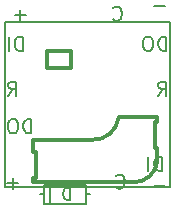
<source format=gbo>
G04 #@! TF.GenerationSoftware,KiCad,Pcbnew,5.1.6-c6e7f7d~87~ubuntu20.04.1*
G04 #@! TF.CreationDate,2020-09-28T10:34:55-03:00*
G04 #@! TF.ProjectId,altana_original,616c7461-6e61-45f6-9f72-6967696e616c,rev?*
G04 #@! TF.SameCoordinates,Original*
G04 #@! TF.FileFunction,Legend,Bot*
G04 #@! TF.FilePolarity,Positive*
%FSLAX46Y46*%
G04 Gerber Fmt 4.6, Leading zero omitted, Abs format (unit mm)*
G04 Created by KiCad (PCBNEW 5.1.6-c6e7f7d~87~ubuntu20.04.1) date 2020-09-28 10:34:55*
%MOMM*%
%LPD*%
G01*
G04 APERTURE LIST*
%ADD10C,0.200000*%
%ADD11C,0.150000*%
%ADD12C,0.300000*%
G04 APERTURE END LIST*
D10*
X69649857Y-38134857D02*
X69649857Y-36934857D01*
X69364142Y-36934857D01*
X69192714Y-36992000D01*
X69078428Y-37106285D01*
X69021285Y-37220571D01*
X68964142Y-37449142D01*
X68964142Y-37620571D01*
X69021285Y-37849142D01*
X69078428Y-37963428D01*
X69192714Y-38077714D01*
X69364142Y-38134857D01*
X69649857Y-38134857D01*
X68221285Y-36934857D02*
X67992714Y-36934857D01*
X67878428Y-36992000D01*
X67764142Y-37106285D01*
X67707000Y-37334857D01*
X67707000Y-37734857D01*
X67764142Y-37963428D01*
X67878428Y-38077714D01*
X67992714Y-38134857D01*
X68221285Y-38134857D01*
X68335571Y-38077714D01*
X68449857Y-37963428D01*
X68507000Y-37734857D01*
X68507000Y-37334857D01*
X68449857Y-37106285D01*
X68335571Y-36992000D01*
X68221285Y-36934857D01*
X68529142Y-42376714D02*
X67614857Y-42376714D01*
X68072000Y-42833857D02*
X68072000Y-41919571D01*
X80975142Y-42630714D02*
X80060857Y-42630714D01*
X80400571Y-34959857D02*
X80800571Y-34388428D01*
X81086285Y-34959857D02*
X81086285Y-33759857D01*
X80629142Y-33759857D01*
X80514857Y-33817000D01*
X80457714Y-33874142D01*
X80400571Y-33988428D01*
X80400571Y-34159857D01*
X80457714Y-34274142D01*
X80514857Y-34331285D01*
X80629142Y-34388428D01*
X81086285Y-34388428D01*
X67700571Y-34959857D02*
X68100571Y-34388428D01*
X68386285Y-34959857D02*
X68386285Y-33759857D01*
X67929142Y-33759857D01*
X67814857Y-33817000D01*
X67757714Y-33874142D01*
X67700571Y-33988428D01*
X67700571Y-34159857D01*
X67757714Y-34274142D01*
X67814857Y-34331285D01*
X67929142Y-34388428D01*
X68386285Y-34388428D01*
X69164142Y-28152714D02*
X68249857Y-28152714D01*
X68707000Y-28609857D02*
X68707000Y-27695571D01*
X76844571Y-42719571D02*
X76901714Y-42776714D01*
X77073142Y-42833857D01*
X77187428Y-42833857D01*
X77358857Y-42776714D01*
X77473142Y-42662428D01*
X77530285Y-42548142D01*
X77587428Y-42319571D01*
X77587428Y-42148142D01*
X77530285Y-41919571D01*
X77473142Y-41805285D01*
X77358857Y-41691000D01*
X77187428Y-41633857D01*
X77073142Y-41633857D01*
X76901714Y-41691000D01*
X76844571Y-41748142D01*
X81079857Y-31149857D02*
X81079857Y-29949857D01*
X80794142Y-29949857D01*
X80622714Y-30007000D01*
X80508428Y-30121285D01*
X80451285Y-30235571D01*
X80394142Y-30464142D01*
X80394142Y-30635571D01*
X80451285Y-30864142D01*
X80508428Y-30978428D01*
X80622714Y-31092714D01*
X80794142Y-31149857D01*
X81079857Y-31149857D01*
X79651285Y-29949857D02*
X79422714Y-29949857D01*
X79308428Y-30007000D01*
X79194142Y-30121285D01*
X79137000Y-30349857D01*
X79137000Y-30749857D01*
X79194142Y-30978428D01*
X79308428Y-31092714D01*
X79422714Y-31149857D01*
X79651285Y-31149857D01*
X79765571Y-31092714D01*
X79879857Y-30978428D01*
X79937000Y-30749857D01*
X79937000Y-30349857D01*
X79879857Y-30121285D01*
X79765571Y-30007000D01*
X79651285Y-29949857D01*
X80975142Y-27390714D02*
X80060857Y-27390714D01*
X68926000Y-31149857D02*
X68926000Y-29949857D01*
X68640285Y-29949857D01*
X68468857Y-30007000D01*
X68354571Y-30121285D01*
X68297428Y-30235571D01*
X68240285Y-30464142D01*
X68240285Y-30635571D01*
X68297428Y-30864142D01*
X68354571Y-30978428D01*
X68468857Y-31092714D01*
X68640285Y-31149857D01*
X68926000Y-31149857D01*
X67726000Y-31149857D02*
X67726000Y-29949857D01*
X80737000Y-41309857D02*
X80737000Y-40109857D01*
X80451285Y-40109857D01*
X80279857Y-40167000D01*
X80165571Y-40281285D01*
X80108428Y-40395571D01*
X80051285Y-40624142D01*
X80051285Y-40795571D01*
X80108428Y-41024142D01*
X80165571Y-41138428D01*
X80279857Y-41252714D01*
X80451285Y-41309857D01*
X80737000Y-41309857D01*
X79537000Y-41309857D02*
X79537000Y-40109857D01*
X76590571Y-28495571D02*
X76647714Y-28552714D01*
X76819142Y-28609857D01*
X76933428Y-28609857D01*
X77104857Y-28552714D01*
X77219142Y-28438428D01*
X77276285Y-28324142D01*
X77333428Y-28095571D01*
X77333428Y-27924142D01*
X77276285Y-27695571D01*
X77219142Y-27581285D01*
X77104857Y-27467000D01*
X76933428Y-27409857D01*
X76819142Y-27409857D01*
X76647714Y-27467000D01*
X76590571Y-27524142D01*
D11*
X81422000Y-42687000D02*
X67422000Y-42687000D01*
X81422000Y-28687000D02*
X81422000Y-42687000D01*
X67422000Y-28687000D02*
X81422000Y-28687000D01*
X67422000Y-42687000D02*
X67422000Y-28687000D01*
D12*
X69822000Y-41937000D02*
X69822000Y-42287000D01*
X69822000Y-42287000D02*
X78222001Y-42287000D01*
X74822000Y-38687000D02*
X69822000Y-38687000D01*
X80322000Y-36787000D02*
X77042000Y-36787000D01*
X80322000Y-40387000D02*
X80322000Y-39387000D01*
X80322000Y-36787000D02*
X80322000Y-37147000D01*
X80122000Y-37147000D02*
X80322000Y-37147000D01*
X80092000Y-39387000D02*
X80092000Y-37147000D01*
X80322000Y-39387000D02*
X80122000Y-39387000D01*
X70022000Y-41937000D02*
X69822000Y-41937000D01*
X70042000Y-39687000D02*
X70042000Y-41937000D01*
X69822000Y-39687000D02*
X70022000Y-39687000D01*
X69822000Y-38687000D02*
X69822000Y-39687000D01*
X77038318Y-36808471D02*
G75*
G02*
X74822000Y-38687000I-2151318J291471D01*
G01*
X80322000Y-40386999D02*
G75*
G02*
X78222001Y-42287000I-2000000J99999D01*
G01*
D10*
X74242000Y-43307000D02*
X74642000Y-43307000D01*
X70742000Y-43307000D02*
X70342000Y-43307000D01*
X71242000Y-44107000D02*
X71242000Y-42507000D01*
X70742000Y-44107000D02*
X74242000Y-44107000D01*
X74242000Y-44107000D02*
X74242000Y-42507000D01*
X74242000Y-42507000D02*
X70742000Y-42507000D01*
X70742000Y-42507000D02*
X70742000Y-44107000D01*
D12*
X70992000Y-32602000D02*
X70992000Y-31152000D01*
X70992000Y-31152000D02*
X73042000Y-31152000D01*
X73042000Y-31152000D02*
X73042000Y-32602000D01*
X73042000Y-32602000D02*
X70992000Y-32602000D01*
D10*
X72905904Y-43759380D02*
X72905904Y-42759380D01*
X72667809Y-42759380D01*
X72524952Y-42807000D01*
X72429714Y-42902238D01*
X72382095Y-42997476D01*
X72334476Y-43187952D01*
X72334476Y-43330809D01*
X72382095Y-43521285D01*
X72429714Y-43616523D01*
X72524952Y-43711761D01*
X72667809Y-43759380D01*
X72905904Y-43759380D01*
M02*

</source>
